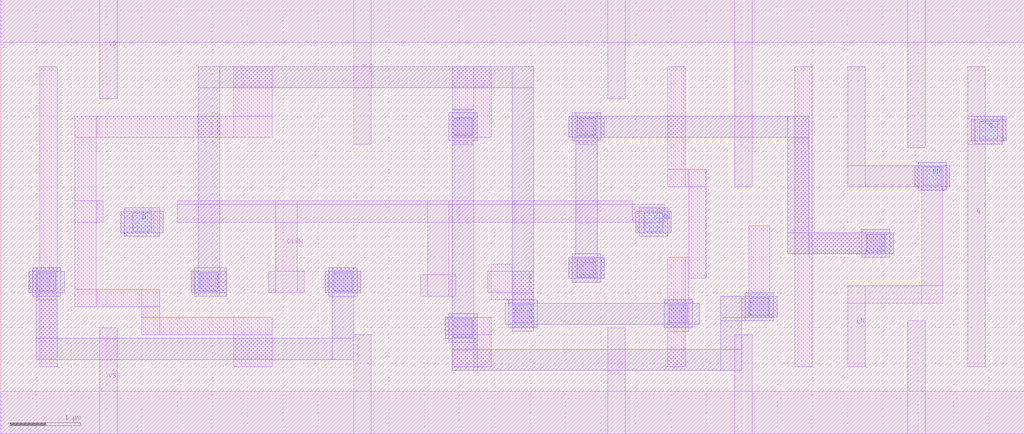
<source format=lef>
# Copyright 2022 Google LLC
# Licensed under the Apache License, Version 2.0 (the "License");
# you may not use this file except in compliance with the License.
# You may obtain a copy of the License at
#
#      http://www.apache.org/licenses/LICENSE-2.0
#
# Unless required by applicable law or agreed to in writing, software
# distributed under the License is distributed on an "AS IS" BASIS,
# WITHOUT WARRANTIES OR CONDITIONS OF ANY KIND, either express or implied.
# See the License for the specific language governing permissions and
# limitations under the License.
VERSION 5.7 ;
BUSBITCHARS "[]" ;
DIVIDERCHAR "/" ;

MACRO gf180mcu_osu_sc_9T_dffn_1
  CLASS CORE ;
  ORIGIN 0 0 ;
  FOREIGN gf180mcu_osu_sc_9T_dffn_1 0 0 ;
  SIZE 14.5 BY 6.15 ;
  SYMMETRY X Y ;
  SITE GF180_3p3_12t ;
  PIN VDD
    DIRECTION INOUT ;
    USE POWER ;
    SHAPE ABUTMENT ;
    PORT
      LAYER MET1 ;
        RECT 0 5.55 14.5 6.15 ;
        RECT 12.85 4.05 13.1 6.15 ;
        RECT 10.4 3.5 10.65 6.15 ;
        RECT 8.6 4.75 8.85 6.15 ;
        RECT 5 4.1 5.25 6.15 ;
        RECT 1.4 4.75 1.65 6.15 ;
    END
  END VDD
  PIN VSS
    DIRECTION INOUT ;
    USE GROUND ;
    PORT
      LAYER MET1 ;
        RECT 0 0 14.5 0.6 ;
        RECT 12.85 0 13.1 1.6 ;
        RECT 10.4 0 10.65 1.4 ;
        RECT 8.6 0 8.85 1.5 ;
        RECT 5 0 5.25 1.4 ;
        RECT 1.4 0 1.65 1.5 ;
    END
  END VSS
  PIN CLKN
    DIRECTION INPUT ;
    USE CLOCK ;
    PORT
      LAYER MET1 ;
        RECT 9 2.85 9.5 3.15 ;
        RECT 2.5 3 9.4 3.25 ;
        RECT 2.5 3 8.95 3.3 ;
        RECT 5.95 1.95 6.45 2.25 ;
        RECT 6.05 1.95 6.35 3.3 ;
        RECT 3.8 2 4.3 2.3 ;
        RECT 3.9 2 4.2 3.3 ;
      LAYER MET2 ;
        RECT 9 2.85 9.5 3.15 ;
        RECT 9.05 2.8 9.45 3.2 ;
      LAYER VIA12 ;
        RECT 9.12 2.87 9.38 3.13 ;
    END
  END CLKN
  PIN D
    DIRECTION INPUT ;
    USE SIGNAL ;
    PORT
      LAYER MET1 ;
        RECT 1.75 2.85 2.25 3.15 ;
      LAYER MET2 ;
        RECT 1.7 2.85 2.3 3.15 ;
        RECT 1.75 2.8 2.25 3.2 ;
      LAYER VIA12 ;
        RECT 1.87 2.87 2.13 3.13 ;
    END
  END D
  PIN Q
    DIRECTION OUTPUT ;
    USE SIGNAL ;
    PORT
      LAYER MET1 ;
        RECT 13.7 4.15 14.25 4.5 ;
        RECT 13.7 4.1 14.2 4.5 ;
        RECT 13.7 0.95 13.95 5.2 ;
      LAYER MET2 ;
        RECT 13.75 4.15 14.25 4.45 ;
        RECT 13.8 4.1 14.2 4.5 ;
      LAYER VIA12 ;
        RECT 13.87 4.17 14.13 4.43 ;
    END
  END Q
  PIN QN
    DIRECTION OUTPUT ;
    USE SIGNAL ;
    PORT
      LAYER MET1 ;
        RECT 12 3.5 13.45 3.8 ;
        RECT 13.05 1.85 13.35 3.8 ;
        RECT 12 1.85 13.35 2.1 ;
        RECT 12 3.5 12.25 5.2 ;
        RECT 12 0.95 12.25 2.1 ;
      LAYER MET2 ;
        RECT 12.95 3.5 13.45 3.8 ;
        RECT 13 3.45 13.4 3.85 ;
      LAYER VIA12 ;
        RECT 13.07 3.52 13.33 3.78 ;
    END
  END QN
  OBS
    LAYER MET2 ;
      RECT 8.1 4.15 8.5 4.55 ;
      RECT 8.05 4.2 11.45 4.5 ;
      RECT 11.15 2.55 11.45 4.5 ;
      RECT 8.15 2.15 8.45 4.55 ;
      RECT 12.2 2.5 12.6 2.9 ;
      RECT 11.15 2.55 12.65 2.85 ;
      RECT 8.1 2.15 8.5 2.55 ;
      RECT 8.05 2.2 8.55 2.5 ;
      RECT 6.4 0.9 6.7 4.6 ;
      RECT 6.35 4.15 6.75 4.55 ;
      RECT 10.55 1.6 10.95 2 ;
      RECT 10.2 1.65 11 1.95 ;
      RECT 6.35 1.3 6.75 1.7 ;
      RECT 6.4 0.9 6.75 1.7 ;
      RECT 6.3 1.35 6.75 1.65 ;
      RECT 10.2 1.6 10.95 1.95 ;
      RECT 10.2 0.9 10.5 1.95 ;
      RECT 6.4 0.9 10.5 1.2 ;
      RECT 2.8 4.9 7.55 5.2 ;
      RECT 7.25 1.5 7.55 5.2 ;
      RECT 2.8 1.95 3.1 5.2 ;
      RECT 2.75 1.95 3.2 2.35 ;
      RECT 2.7 2 3.2 2.3 ;
      RECT 9.4 1.5 9.8 1.9 ;
      RECT 7.2 1.5 7.6 1.9 ;
      RECT 7.15 1.55 9.9 1.85 ;
      RECT 4.65 1.95 5.05 2.35 ;
      RECT 0.45 1.95 0.85 2.35 ;
      RECT 4.6 2 5.1 2.3 ;
      RECT 0.4 2 0.9 2.3 ;
      RECT 4.7 1.05 5 2.35 ;
      RECT 0.5 1.05 0.8 2.35 ;
      RECT 0.5 1.05 5 1.35 ;
    LAYER VIA12 ;
      RECT 12.27 2.57 12.53 2.83 ;
      RECT 10.62 1.67 10.88 1.93 ;
      RECT 9.47 1.57 9.73 1.83 ;
      RECT 8.17 2.22 8.43 2.48 ;
      RECT 8.17 4.22 8.43 4.48 ;
      RECT 7.27 1.57 7.53 1.83 ;
      RECT 6.42 1.37 6.68 1.63 ;
      RECT 6.42 4.22 6.68 4.48 ;
      RECT 4.72 2.02 4.98 2.28 ;
      RECT 2.82 2.02 3.08 2.28 ;
      RECT 0.52 2.02 0.78 2.28 ;
    LAYER MET1 ;
      RECT 11.25 0.95 11.5 5.2 ;
      RECT 11.25 2.55 12.65 2.85 ;
      RECT 10.6 1.65 10.9 2.95 ;
      RECT 10.5 1.65 11 1.95 ;
      RECT 9.45 3.5 9.7 5.2 ;
      RECT 9.45 3.5 10 3.75 ;
      RECT 9.75 2.2 10 3.75 ;
      RECT 9.45 1.45 9.75 2.5 ;
      RECT 9.45 0.95 9.7 2.5 ;
      RECT 8.05 4.2 8.55 4.5 ;
      RECT 8.15 4.1 8.45 4.5 ;
      RECT 6.95 1.9 7.25 2.4 ;
      RECT 6.9 2 7.55 2.3 ;
      RECT 7.25 1.45 7.55 2.3 ;
      RECT 6.3 1.4 6.95 1.65 ;
      RECT 6.4 0.95 6.95 1.65 ;
      RECT 6.4 4.2 6.95 5.2 ;
      RECT 6.4 4.1 6.7 5.2 ;
      RECT 4.7 2 5 2.35 ;
      RECT 4.6 2 5.1 2.3 ;
      RECT 3.3 4.2 3.85 5.2 ;
      RECT 1.05 4.2 3.85 4.5 ;
      RECT 1.05 1.8 1.35 4.5 ;
      RECT 1.05 3 1.45 3.3 ;
      RECT 1.05 1.8 2.25 2.05 ;
      RECT 2 1.4 2.25 2.05 ;
      RECT 2 1.4 3.85 1.65 ;
      RECT 3.3 0.95 3.85 1.65 ;
      RECT 0.55 0.95 0.8 5.2 ;
      RECT 0.5 1.9 0.8 2.35 ;
      RECT 0.4 2 0.8 2.3 ;
      RECT 8.05 2.2 8.55 2.5 ;
      RECT 2.7 2 3.2 2.3 ;
  END
END gf180mcu_osu_sc_9T_dffn_1

</source>
